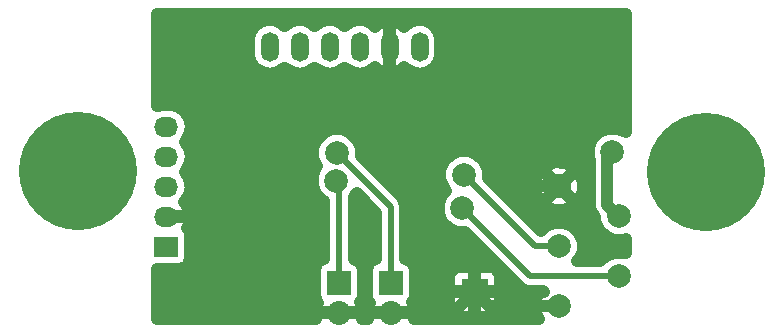
<source format=gbr>
G04 #@! TF.FileFunction,Copper,L2,Bot,Signal*
%FSLAX46Y46*%
G04 Gerber Fmt 4.6, Leading zero omitted, Abs format (unit mm)*
G04 Created by KiCad (PCBNEW 4.0.6) date Monday, 19 December 2022 'PMt' 12:32:37*
%MOMM*%
%LPD*%
G01*
G04 APERTURE LIST*
%ADD10C,0.100000*%
%ADD11R,2.032000X2.032000*%
%ADD12O,2.032000X2.032000*%
%ADD13R,2.032000X1.727200*%
%ADD14O,2.032000X1.727200*%
%ADD15O,1.524000X2.500000*%
%ADD16C,10.000000*%
%ADD17R,2.235200X2.235200*%
%ADD18C,2.000000*%
%ADD19C,1.000000*%
%ADD20C,0.500000*%
G04 APERTURE END LIST*
D10*
D11*
X30700000Y4250000D03*
D12*
X30700000Y1710000D03*
D11*
X35100000Y4250000D03*
D12*
X35100000Y1710000D03*
D13*
X16100000Y7300000D03*
D14*
X16100000Y9840000D03*
X16100000Y12380000D03*
X16100000Y14920000D03*
X16100000Y17460000D03*
D15*
X32470000Y24220000D03*
X35010000Y24220000D03*
X37550000Y24220000D03*
X29930000Y24220000D03*
X27390000Y24220000D03*
X24850000Y24220000D03*
D16*
X8600000Y13700000D03*
X61800000Y13600000D03*
D17*
X42200000Y3500000D03*
D18*
X49350000Y7350000D03*
X54430000Y9890000D03*
X49350000Y12430000D03*
X54430000Y4810000D03*
X49350000Y2270000D03*
X53850000Y15300000D03*
X46450000Y15350000D03*
X30500000Y12900000D03*
X30550000Y15250000D03*
X41300000Y13400000D03*
X41150000Y10550000D03*
D19*
X53450000Y10870000D02*
X54430000Y9890000D01*
X53450000Y14900000D02*
X53450000Y10870000D01*
X53850000Y15300000D02*
X53450000Y14900000D01*
X46450000Y15350000D02*
X41950000Y15350000D01*
X41950000Y15350000D02*
X41000000Y16300000D01*
X49350000Y12430000D02*
X46980000Y12430000D01*
X46980000Y12430000D02*
X46450000Y12960000D01*
X46450000Y12960000D02*
X46450000Y15350000D01*
X49350000Y2270000D02*
X43430000Y2270000D01*
X43430000Y2270000D02*
X42200000Y3500000D01*
X42200000Y3500000D02*
X42200000Y6150000D01*
X42200000Y6150000D02*
X39100000Y9250000D01*
X35100000Y1710000D02*
X40410000Y1710000D01*
X40410000Y1710000D02*
X42200000Y3500000D01*
X39100000Y9250000D02*
X39100000Y16900000D01*
X39100000Y16900000D02*
X39750000Y17550000D01*
X30700000Y1710000D02*
X28240000Y1710000D01*
X20110000Y9840000D02*
X16100000Y9840000D01*
X28240000Y1710000D02*
X20110000Y9840000D01*
X35100000Y1710000D02*
X30700000Y1710000D01*
X35110000Y1700000D02*
X35100000Y1710000D01*
X39100000Y9300000D02*
X39100000Y9250000D01*
X35010000Y24220000D02*
X35010000Y22290000D01*
X35010000Y22290000D02*
X39750000Y17550000D01*
X39750000Y17550000D02*
X41000000Y16300000D01*
X41000000Y16300000D02*
X41010000Y16290000D01*
D20*
X30700000Y12700000D02*
X30700000Y4250000D01*
X30500000Y12900000D02*
X30700000Y12700000D01*
X35100000Y10050000D02*
X35100000Y4250000D01*
X35100000Y10700000D02*
X35100000Y10050000D01*
X31300000Y14500000D02*
X35100000Y10700000D01*
X30550000Y15250000D02*
X31300000Y14500000D01*
X47350000Y7350000D02*
X49350000Y7350000D01*
X41300000Y13400000D02*
X47350000Y7350000D01*
X46890000Y4810000D02*
X54430000Y4810000D01*
X41150000Y10550000D02*
X46890000Y4810000D01*
D19*
G36*
X55000000Y16978890D02*
X54984388Y16994529D01*
X54249570Y17299652D01*
X53453921Y17300346D01*
X52718571Y16996506D01*
X52155471Y16434388D01*
X51850348Y15699570D01*
X51849654Y14903921D01*
X51950000Y14661065D01*
X51950000Y10870000D01*
X52064181Y10295975D01*
X52389340Y9809340D01*
X52429894Y9768786D01*
X52429654Y9493921D01*
X52733494Y8758571D01*
X53295612Y8195471D01*
X54030430Y7890348D01*
X54826079Y7889654D01*
X55000000Y7961517D01*
X55000000Y6738883D01*
X54829570Y6809652D01*
X54033921Y6810346D01*
X53298571Y6506506D01*
X52851285Y6060000D01*
X50888645Y6060000D01*
X51044529Y6215612D01*
X51349652Y6950430D01*
X51350346Y7746079D01*
X51046506Y8481429D01*
X50484388Y9044529D01*
X49749570Y9349652D01*
X48953921Y9350346D01*
X48218571Y9046506D01*
X47819568Y8648199D01*
X45342127Y11125640D01*
X48116351Y11125640D01*
X48187414Y10744773D01*
X48920819Y10428151D01*
X49719563Y10416292D01*
X50462044Y10711002D01*
X50512586Y10744773D01*
X50583649Y11125640D01*
X49350000Y12359289D01*
X48116351Y11125640D01*
X45342127Y11125640D01*
X44407330Y12060437D01*
X47336292Y12060437D01*
X47631002Y11317956D01*
X47664773Y11267414D01*
X48045640Y11196351D01*
X49279289Y12430000D01*
X49420711Y12430000D01*
X50654360Y11196351D01*
X51035227Y11267414D01*
X51351849Y12000819D01*
X51363708Y12799563D01*
X51068998Y13542044D01*
X51035227Y13592586D01*
X50654360Y13663649D01*
X49420711Y12430000D01*
X49279289Y12430000D01*
X48045640Y13663649D01*
X47664773Y13592586D01*
X47348151Y12859181D01*
X47336292Y12060437D01*
X44407330Y12060437D01*
X43299798Y13167968D01*
X43300292Y13734360D01*
X48116351Y13734360D01*
X49350000Y12500711D01*
X50583649Y13734360D01*
X50512586Y14115227D01*
X49779181Y14431849D01*
X48980437Y14443708D01*
X48237956Y14148998D01*
X48187414Y14115227D01*
X48116351Y13734360D01*
X43300292Y13734360D01*
X43300346Y13796079D01*
X42996506Y14531429D01*
X42434388Y15094529D01*
X41699570Y15399652D01*
X40903921Y15400346D01*
X40168571Y15096506D01*
X39605471Y14534388D01*
X39300348Y13799570D01*
X39299654Y13003921D01*
X39603494Y12268571D01*
X39821703Y12049981D01*
X39455471Y11684388D01*
X39150348Y10949570D01*
X39149654Y10153921D01*
X39453494Y9418571D01*
X40015612Y8855471D01*
X40750430Y8550348D01*
X41382437Y8549797D01*
X46006117Y3926116D01*
X46381024Y3675612D01*
X46411646Y3655151D01*
X46890000Y3560000D01*
X47989287Y3560000D01*
X48045638Y3503649D01*
X47664773Y3432586D01*
X47348151Y2699181D01*
X47336292Y1900437D01*
X47624237Y1175000D01*
X37031152Y1175000D01*
X37079151Y1286269D01*
X37090649Y1344089D01*
X36871294Y1660000D01*
X35150000Y1660000D01*
X35150000Y1640000D01*
X35050000Y1640000D01*
X35050000Y1660000D01*
X33328706Y1660000D01*
X33109351Y1344089D01*
X33120849Y1286269D01*
X33168848Y1175000D01*
X32631152Y1175000D01*
X32679151Y1286269D01*
X32690649Y1344089D01*
X32471294Y1660000D01*
X30750000Y1660000D01*
X30750000Y1640000D01*
X30650000Y1640000D01*
X30650000Y1660000D01*
X28928706Y1660000D01*
X28709351Y1344089D01*
X28720849Y1286269D01*
X28768848Y1175000D01*
X15350000Y1175000D01*
X15350000Y5416809D01*
X17116000Y5416809D01*
X17486578Y5486538D01*
X17826931Y5705549D01*
X18055262Y6039722D01*
X18135591Y6436400D01*
X18135591Y8163600D01*
X18065862Y8534178D01*
X17846851Y8874531D01*
X17824225Y8889991D01*
X18000667Y9169963D01*
X18092476Y9497937D01*
X17871228Y9790000D01*
X16150000Y9790000D01*
X16150000Y9770000D01*
X16050000Y9770000D01*
X16050000Y9790000D01*
X16030000Y9790000D01*
X16030000Y9890000D01*
X16050000Y9890000D01*
X16050000Y9910000D01*
X16150000Y9910000D01*
X16150000Y9890000D01*
X17871228Y9890000D01*
X18092476Y10182063D01*
X18000667Y10510037D01*
X17631790Y11095356D01*
X18013638Y11666831D01*
X18155496Y12380000D01*
X18130847Y12503921D01*
X28499654Y12503921D01*
X28803494Y11768571D01*
X29365612Y11205471D01*
X29450000Y11170430D01*
X29450000Y6241561D01*
X29313422Y6215862D01*
X28973069Y5996851D01*
X28744738Y5662678D01*
X28664409Y5266000D01*
X28664409Y3234000D01*
X28734138Y2863422D01*
X28914627Y2582934D01*
X28720849Y2133731D01*
X28709351Y2075911D01*
X28928706Y1760000D01*
X30650000Y1760000D01*
X30650000Y1780000D01*
X30750000Y1780000D01*
X30750000Y1760000D01*
X32471294Y1760000D01*
X32690649Y2075911D01*
X32679151Y2133731D01*
X32483853Y2586458D01*
X32655262Y2837322D01*
X32735591Y3234000D01*
X32735591Y5266000D01*
X32665862Y5636578D01*
X32446851Y5976931D01*
X32112678Y6205262D01*
X31950000Y6238205D01*
X31950000Y11521509D01*
X32194529Y11765612D01*
X32215681Y11816552D01*
X33850000Y10182233D01*
X33850000Y6241561D01*
X33713422Y6215862D01*
X33373069Y5996851D01*
X33144738Y5662678D01*
X33064409Y5266000D01*
X33064409Y3234000D01*
X33134138Y2863422D01*
X33314627Y2582934D01*
X33120849Y2133731D01*
X33109351Y2075911D01*
X33328706Y1760000D01*
X35050000Y1760000D01*
X35050000Y1780000D01*
X35150000Y1780000D01*
X35150000Y1760000D01*
X36871294Y1760000D01*
X37090649Y2075911D01*
X37079151Y2133731D01*
X36883853Y2586458D01*
X37055262Y2837322D01*
X37128300Y3198000D01*
X40074400Y3198000D01*
X40074400Y2181897D01*
X40227859Y1811414D01*
X40511414Y1527859D01*
X40881896Y1374400D01*
X41898000Y1374400D01*
X42150000Y1626400D01*
X42150000Y3450000D01*
X42250000Y3450000D01*
X42250000Y1626400D01*
X42502000Y1374400D01*
X43518104Y1374400D01*
X43888586Y1527859D01*
X44172141Y1811414D01*
X44325600Y2181897D01*
X44325600Y3198000D01*
X44073600Y3450000D01*
X42250000Y3450000D01*
X42150000Y3450000D01*
X40326400Y3450000D01*
X40074400Y3198000D01*
X37128300Y3198000D01*
X37135591Y3234000D01*
X37135591Y4818103D01*
X40074400Y4818103D01*
X40074400Y3802000D01*
X40326400Y3550000D01*
X42150000Y3550000D01*
X42150000Y5373600D01*
X42250000Y5373600D01*
X42250000Y3550000D01*
X44073600Y3550000D01*
X44325600Y3802000D01*
X44325600Y4818103D01*
X44172141Y5188586D01*
X43888586Y5472141D01*
X43518104Y5625600D01*
X42502000Y5625600D01*
X42250000Y5373600D01*
X42150000Y5373600D01*
X41898000Y5625600D01*
X40881896Y5625600D01*
X40511414Y5472141D01*
X40227859Y5188586D01*
X40074400Y4818103D01*
X37135591Y4818103D01*
X37135591Y5266000D01*
X37065862Y5636578D01*
X36846851Y5976931D01*
X36512678Y6205262D01*
X36350000Y6238205D01*
X36350000Y10700000D01*
X36254849Y11178354D01*
X36161570Y11317956D01*
X35983884Y11583883D01*
X32549798Y15017968D01*
X32550346Y15646079D01*
X32246506Y16381429D01*
X31684388Y16944529D01*
X30949570Y17249652D01*
X30153921Y17250346D01*
X29418571Y16946506D01*
X28855471Y16384388D01*
X28550348Y15649570D01*
X28549654Y14853921D01*
X28853494Y14118571D01*
X28871616Y14100417D01*
X28805471Y14034388D01*
X28500348Y13299570D01*
X28499654Y12503921D01*
X18130847Y12503921D01*
X18013638Y13093169D01*
X17641575Y13650000D01*
X18013638Y14206831D01*
X18155496Y14920000D01*
X18013638Y15633169D01*
X17641575Y16190000D01*
X18013638Y16746831D01*
X18155496Y17460000D01*
X18013638Y18173169D01*
X17609660Y18777764D01*
X17005065Y19181742D01*
X16291896Y19323600D01*
X15908104Y19323600D01*
X15350000Y19212586D01*
X15350000Y24752080D01*
X23088000Y24752080D01*
X23088000Y23687920D01*
X23222124Y23013632D01*
X23604078Y22441998D01*
X24175712Y22060044D01*
X24850000Y21925920D01*
X25524288Y22060044D01*
X26095922Y22441998D01*
X26120000Y22478033D01*
X26144078Y22441998D01*
X26715712Y22060044D01*
X27390000Y21925920D01*
X28064288Y22060044D01*
X28635922Y22441998D01*
X28660000Y22478033D01*
X28684078Y22441998D01*
X29255712Y22060044D01*
X29930000Y21925920D01*
X30604288Y22060044D01*
X31175922Y22441998D01*
X31200000Y22478033D01*
X31224078Y22441998D01*
X31795712Y22060044D01*
X32470000Y21925920D01*
X33144288Y22060044D01*
X33715922Y22441998D01*
X33754728Y22500075D01*
X33793776Y22445065D01*
X34378844Y22077598D01*
X34683837Y21992311D01*
X34960000Y22214824D01*
X34960000Y24170000D01*
X34940000Y24170000D01*
X34940000Y24270000D01*
X34960000Y24270000D01*
X34960000Y26225176D01*
X35060000Y26225176D01*
X35060000Y24270000D01*
X35080000Y24270000D01*
X35080000Y24170000D01*
X35060000Y24170000D01*
X35060000Y22214824D01*
X35336163Y21992311D01*
X35641156Y22077598D01*
X36226224Y22445065D01*
X36265272Y22500075D01*
X36304078Y22441998D01*
X36875712Y22060044D01*
X37550000Y21925920D01*
X38224288Y22060044D01*
X38795922Y22441998D01*
X39177876Y23013632D01*
X39312000Y23687920D01*
X39312000Y24752080D01*
X39177876Y25426368D01*
X38795922Y25998002D01*
X38224288Y26379956D01*
X37550000Y26514080D01*
X36875712Y26379956D01*
X36304078Y25998002D01*
X36265272Y25939925D01*
X36226224Y25994935D01*
X35641156Y26362402D01*
X35336163Y26447689D01*
X35060000Y26225176D01*
X34960000Y26225176D01*
X34683837Y26447689D01*
X34378844Y26362402D01*
X33793776Y25994935D01*
X33754728Y25939925D01*
X33715922Y25998002D01*
X33144288Y26379956D01*
X32470000Y26514080D01*
X31795712Y26379956D01*
X31224078Y25998002D01*
X31200000Y25961967D01*
X31175922Y25998002D01*
X30604288Y26379956D01*
X29930000Y26514080D01*
X29255712Y26379956D01*
X28684078Y25998002D01*
X28660000Y25961967D01*
X28635922Y25998002D01*
X28064288Y26379956D01*
X27390000Y26514080D01*
X26715712Y26379956D01*
X26144078Y25998002D01*
X26120000Y25961967D01*
X26095922Y25998002D01*
X25524288Y26379956D01*
X24850000Y26514080D01*
X24175712Y26379956D01*
X23604078Y25998002D01*
X23222124Y25426368D01*
X23088000Y24752080D01*
X15350000Y24752080D01*
X15350000Y27025000D01*
X55000000Y27025000D01*
X55000000Y16978890D01*
X55000000Y16978890D01*
G37*
X55000000Y16978890D02*
X54984388Y16994529D01*
X54249570Y17299652D01*
X53453921Y17300346D01*
X52718571Y16996506D01*
X52155471Y16434388D01*
X51850348Y15699570D01*
X51849654Y14903921D01*
X51950000Y14661065D01*
X51950000Y10870000D01*
X52064181Y10295975D01*
X52389340Y9809340D01*
X52429894Y9768786D01*
X52429654Y9493921D01*
X52733494Y8758571D01*
X53295612Y8195471D01*
X54030430Y7890348D01*
X54826079Y7889654D01*
X55000000Y7961517D01*
X55000000Y6738883D01*
X54829570Y6809652D01*
X54033921Y6810346D01*
X53298571Y6506506D01*
X52851285Y6060000D01*
X50888645Y6060000D01*
X51044529Y6215612D01*
X51349652Y6950430D01*
X51350346Y7746079D01*
X51046506Y8481429D01*
X50484388Y9044529D01*
X49749570Y9349652D01*
X48953921Y9350346D01*
X48218571Y9046506D01*
X47819568Y8648199D01*
X45342127Y11125640D01*
X48116351Y11125640D01*
X48187414Y10744773D01*
X48920819Y10428151D01*
X49719563Y10416292D01*
X50462044Y10711002D01*
X50512586Y10744773D01*
X50583649Y11125640D01*
X49350000Y12359289D01*
X48116351Y11125640D01*
X45342127Y11125640D01*
X44407330Y12060437D01*
X47336292Y12060437D01*
X47631002Y11317956D01*
X47664773Y11267414D01*
X48045640Y11196351D01*
X49279289Y12430000D01*
X49420711Y12430000D01*
X50654360Y11196351D01*
X51035227Y11267414D01*
X51351849Y12000819D01*
X51363708Y12799563D01*
X51068998Y13542044D01*
X51035227Y13592586D01*
X50654360Y13663649D01*
X49420711Y12430000D01*
X49279289Y12430000D01*
X48045640Y13663649D01*
X47664773Y13592586D01*
X47348151Y12859181D01*
X47336292Y12060437D01*
X44407330Y12060437D01*
X43299798Y13167968D01*
X43300292Y13734360D01*
X48116351Y13734360D01*
X49350000Y12500711D01*
X50583649Y13734360D01*
X50512586Y14115227D01*
X49779181Y14431849D01*
X48980437Y14443708D01*
X48237956Y14148998D01*
X48187414Y14115227D01*
X48116351Y13734360D01*
X43300292Y13734360D01*
X43300346Y13796079D01*
X42996506Y14531429D01*
X42434388Y15094529D01*
X41699570Y15399652D01*
X40903921Y15400346D01*
X40168571Y15096506D01*
X39605471Y14534388D01*
X39300348Y13799570D01*
X39299654Y13003921D01*
X39603494Y12268571D01*
X39821703Y12049981D01*
X39455471Y11684388D01*
X39150348Y10949570D01*
X39149654Y10153921D01*
X39453494Y9418571D01*
X40015612Y8855471D01*
X40750430Y8550348D01*
X41382437Y8549797D01*
X46006117Y3926116D01*
X46381024Y3675612D01*
X46411646Y3655151D01*
X46890000Y3560000D01*
X47989287Y3560000D01*
X48045638Y3503649D01*
X47664773Y3432586D01*
X47348151Y2699181D01*
X47336292Y1900437D01*
X47624237Y1175000D01*
X37031152Y1175000D01*
X37079151Y1286269D01*
X37090649Y1344089D01*
X36871294Y1660000D01*
X35150000Y1660000D01*
X35150000Y1640000D01*
X35050000Y1640000D01*
X35050000Y1660000D01*
X33328706Y1660000D01*
X33109351Y1344089D01*
X33120849Y1286269D01*
X33168848Y1175000D01*
X32631152Y1175000D01*
X32679151Y1286269D01*
X32690649Y1344089D01*
X32471294Y1660000D01*
X30750000Y1660000D01*
X30750000Y1640000D01*
X30650000Y1640000D01*
X30650000Y1660000D01*
X28928706Y1660000D01*
X28709351Y1344089D01*
X28720849Y1286269D01*
X28768848Y1175000D01*
X15350000Y1175000D01*
X15350000Y5416809D01*
X17116000Y5416809D01*
X17486578Y5486538D01*
X17826931Y5705549D01*
X18055262Y6039722D01*
X18135591Y6436400D01*
X18135591Y8163600D01*
X18065862Y8534178D01*
X17846851Y8874531D01*
X17824225Y8889991D01*
X18000667Y9169963D01*
X18092476Y9497937D01*
X17871228Y9790000D01*
X16150000Y9790000D01*
X16150000Y9770000D01*
X16050000Y9770000D01*
X16050000Y9790000D01*
X16030000Y9790000D01*
X16030000Y9890000D01*
X16050000Y9890000D01*
X16050000Y9910000D01*
X16150000Y9910000D01*
X16150000Y9890000D01*
X17871228Y9890000D01*
X18092476Y10182063D01*
X18000667Y10510037D01*
X17631790Y11095356D01*
X18013638Y11666831D01*
X18155496Y12380000D01*
X18130847Y12503921D01*
X28499654Y12503921D01*
X28803494Y11768571D01*
X29365612Y11205471D01*
X29450000Y11170430D01*
X29450000Y6241561D01*
X29313422Y6215862D01*
X28973069Y5996851D01*
X28744738Y5662678D01*
X28664409Y5266000D01*
X28664409Y3234000D01*
X28734138Y2863422D01*
X28914627Y2582934D01*
X28720849Y2133731D01*
X28709351Y2075911D01*
X28928706Y1760000D01*
X30650000Y1760000D01*
X30650000Y1780000D01*
X30750000Y1780000D01*
X30750000Y1760000D01*
X32471294Y1760000D01*
X32690649Y2075911D01*
X32679151Y2133731D01*
X32483853Y2586458D01*
X32655262Y2837322D01*
X32735591Y3234000D01*
X32735591Y5266000D01*
X32665862Y5636578D01*
X32446851Y5976931D01*
X32112678Y6205262D01*
X31950000Y6238205D01*
X31950000Y11521509D01*
X32194529Y11765612D01*
X32215681Y11816552D01*
X33850000Y10182233D01*
X33850000Y6241561D01*
X33713422Y6215862D01*
X33373069Y5996851D01*
X33144738Y5662678D01*
X33064409Y5266000D01*
X33064409Y3234000D01*
X33134138Y2863422D01*
X33314627Y2582934D01*
X33120849Y2133731D01*
X33109351Y2075911D01*
X33328706Y1760000D01*
X35050000Y1760000D01*
X35050000Y1780000D01*
X35150000Y1780000D01*
X35150000Y1760000D01*
X36871294Y1760000D01*
X37090649Y2075911D01*
X37079151Y2133731D01*
X36883853Y2586458D01*
X37055262Y2837322D01*
X37128300Y3198000D01*
X40074400Y3198000D01*
X40074400Y2181897D01*
X40227859Y1811414D01*
X40511414Y1527859D01*
X40881896Y1374400D01*
X41898000Y1374400D01*
X42150000Y1626400D01*
X42150000Y3450000D01*
X42250000Y3450000D01*
X42250000Y1626400D01*
X42502000Y1374400D01*
X43518104Y1374400D01*
X43888586Y1527859D01*
X44172141Y1811414D01*
X44325600Y2181897D01*
X44325600Y3198000D01*
X44073600Y3450000D01*
X42250000Y3450000D01*
X42150000Y3450000D01*
X40326400Y3450000D01*
X40074400Y3198000D01*
X37128300Y3198000D01*
X37135591Y3234000D01*
X37135591Y4818103D01*
X40074400Y4818103D01*
X40074400Y3802000D01*
X40326400Y3550000D01*
X42150000Y3550000D01*
X42150000Y5373600D01*
X42250000Y5373600D01*
X42250000Y3550000D01*
X44073600Y3550000D01*
X44325600Y3802000D01*
X44325600Y4818103D01*
X44172141Y5188586D01*
X43888586Y5472141D01*
X43518104Y5625600D01*
X42502000Y5625600D01*
X42250000Y5373600D01*
X42150000Y5373600D01*
X41898000Y5625600D01*
X40881896Y5625600D01*
X40511414Y5472141D01*
X40227859Y5188586D01*
X40074400Y4818103D01*
X37135591Y4818103D01*
X37135591Y5266000D01*
X37065862Y5636578D01*
X36846851Y5976931D01*
X36512678Y6205262D01*
X36350000Y6238205D01*
X36350000Y10700000D01*
X36254849Y11178354D01*
X36161570Y11317956D01*
X35983884Y11583883D01*
X32549798Y15017968D01*
X32550346Y15646079D01*
X32246506Y16381429D01*
X31684388Y16944529D01*
X30949570Y17249652D01*
X30153921Y17250346D01*
X29418571Y16946506D01*
X28855471Y16384388D01*
X28550348Y15649570D01*
X28549654Y14853921D01*
X28853494Y14118571D01*
X28871616Y14100417D01*
X28805471Y14034388D01*
X28500348Y13299570D01*
X28499654Y12503921D01*
X18130847Y12503921D01*
X18013638Y13093169D01*
X17641575Y13650000D01*
X18013638Y14206831D01*
X18155496Y14920000D01*
X18013638Y15633169D01*
X17641575Y16190000D01*
X18013638Y16746831D01*
X18155496Y17460000D01*
X18013638Y18173169D01*
X17609660Y18777764D01*
X17005065Y19181742D01*
X16291896Y19323600D01*
X15908104Y19323600D01*
X15350000Y19212586D01*
X15350000Y24752080D01*
X23088000Y24752080D01*
X23088000Y23687920D01*
X23222124Y23013632D01*
X23604078Y22441998D01*
X24175712Y22060044D01*
X24850000Y21925920D01*
X25524288Y22060044D01*
X26095922Y22441998D01*
X26120000Y22478033D01*
X26144078Y22441998D01*
X26715712Y22060044D01*
X27390000Y21925920D01*
X28064288Y22060044D01*
X28635922Y22441998D01*
X28660000Y22478033D01*
X28684078Y22441998D01*
X29255712Y22060044D01*
X29930000Y21925920D01*
X30604288Y22060044D01*
X31175922Y22441998D01*
X31200000Y22478033D01*
X31224078Y22441998D01*
X31795712Y22060044D01*
X32470000Y21925920D01*
X33144288Y22060044D01*
X33715922Y22441998D01*
X33754728Y22500075D01*
X33793776Y22445065D01*
X34378844Y22077598D01*
X34683837Y21992311D01*
X34960000Y22214824D01*
X34960000Y24170000D01*
X34940000Y24170000D01*
X34940000Y24270000D01*
X34960000Y24270000D01*
X34960000Y26225176D01*
X35060000Y26225176D01*
X35060000Y24270000D01*
X35080000Y24270000D01*
X35080000Y24170000D01*
X35060000Y24170000D01*
X35060000Y22214824D01*
X35336163Y21992311D01*
X35641156Y22077598D01*
X36226224Y22445065D01*
X36265272Y22500075D01*
X36304078Y22441998D01*
X36875712Y22060044D01*
X37550000Y21925920D01*
X38224288Y22060044D01*
X38795922Y22441998D01*
X39177876Y23013632D01*
X39312000Y23687920D01*
X39312000Y24752080D01*
X39177876Y25426368D01*
X38795922Y25998002D01*
X38224288Y26379956D01*
X37550000Y26514080D01*
X36875712Y26379956D01*
X36304078Y25998002D01*
X36265272Y25939925D01*
X36226224Y25994935D01*
X35641156Y26362402D01*
X35336163Y26447689D01*
X35060000Y26225176D01*
X34960000Y26225176D01*
X34683837Y26447689D01*
X34378844Y26362402D01*
X33793776Y25994935D01*
X33754728Y25939925D01*
X33715922Y25998002D01*
X33144288Y26379956D01*
X32470000Y26514080D01*
X31795712Y26379956D01*
X31224078Y25998002D01*
X31200000Y25961967D01*
X31175922Y25998002D01*
X30604288Y26379956D01*
X29930000Y26514080D01*
X29255712Y26379956D01*
X28684078Y25998002D01*
X28660000Y25961967D01*
X28635922Y25998002D01*
X28064288Y26379956D01*
X27390000Y26514080D01*
X26715712Y26379956D01*
X26144078Y25998002D01*
X26120000Y25961967D01*
X26095922Y25998002D01*
X25524288Y26379956D01*
X24850000Y26514080D01*
X24175712Y26379956D01*
X23604078Y25998002D01*
X23222124Y25426368D01*
X23088000Y24752080D01*
X15350000Y24752080D01*
X15350000Y27025000D01*
X55000000Y27025000D01*
X55000000Y16978890D01*
G36*
X49434853Y2284142D02*
X49420711Y2270000D01*
X49434853Y2255858D01*
X49364142Y2185147D01*
X49350000Y2199289D01*
X49335858Y2185147D01*
X49265147Y2255858D01*
X49279289Y2270000D01*
X49265147Y2284142D01*
X49335858Y2354853D01*
X49350000Y2340711D01*
X49364142Y2354853D01*
X49434853Y2284142D01*
X49434853Y2284142D01*
G37*
X49434853Y2284142D02*
X49420711Y2270000D01*
X49434853Y2255858D01*
X49364142Y2185147D01*
X49350000Y2199289D01*
X49335858Y2185147D01*
X49265147Y2255858D01*
X49279289Y2270000D01*
X49265147Y2284142D01*
X49335858Y2354853D01*
X49350000Y2340711D01*
X49364142Y2354853D01*
X49434853Y2284142D01*
M02*

</source>
